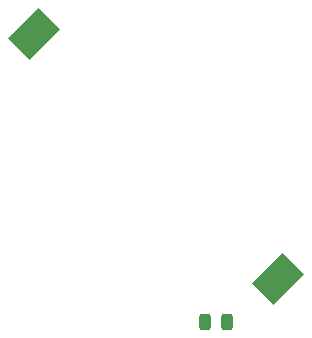
<source format=gbr>
%TF.GenerationSoftware,KiCad,Pcbnew,8.0.6*%
%TF.CreationDate,2025-07-11T22:44:48+02:00*%
%TF.ProjectId,PCF8583 1v4,50434638-3538-4332-9031-76342e6b6963,rev?*%
%TF.SameCoordinates,Original*%
%TF.FileFunction,Paste,Top*%
%TF.FilePolarity,Positive*%
%FSLAX46Y46*%
G04 Gerber Fmt 4.6, Leading zero omitted, Abs format (unit mm)*
G04 Created by KiCad (PCBNEW 8.0.6) date 2025-07-11 22:44:48*
%MOMM*%
%LPD*%
G01*
G04 APERTURE LIST*
G04 Aperture macros list*
%AMRoundRect*
0 Rectangle with rounded corners*
0 $1 Rounding radius*
0 $2 $3 $4 $5 $6 $7 $8 $9 X,Y pos of 4 corners*
0 Add a 4 corners polygon primitive as box body*
4,1,4,$2,$3,$4,$5,$6,$7,$8,$9,$2,$3,0*
0 Add four circle primitives for the rounded corners*
1,1,$1+$1,$2,$3*
1,1,$1+$1,$4,$5*
1,1,$1+$1,$6,$7*
1,1,$1+$1,$8,$9*
0 Add four rect primitives between the rounded corners*
20,1,$1+$1,$2,$3,$4,$5,0*
20,1,$1+$1,$4,$5,$6,$7,0*
20,1,$1+$1,$6,$7,$8,$9,0*
20,1,$1+$1,$8,$9,$2,$3,0*%
%AMRotRect*
0 Rectangle, with rotation*
0 The origin of the aperture is its center*
0 $1 length*
0 $2 width*
0 $3 Rotation angle, in degrees counterclockwise*
0 Add horizontal line*
21,1,$1,$2,0,0,$3*%
G04 Aperture macros list end*
%ADD10RotRect,2.600000X3.600000X315.000000*%
%ADD11RoundRect,0.243750X0.243750X0.456250X-0.243750X0.456250X-0.243750X-0.456250X0.243750X-0.456250X0*%
G04 APERTURE END LIST*
D10*
%TO.C,CR2032*%
X160609114Y-106609114D03*
X139890886Y-85890886D03*
%TD*%
D11*
%TO.C,D2*%
X154375000Y-110250000D03*
X156250000Y-110250000D03*
%TD*%
M02*

</source>
